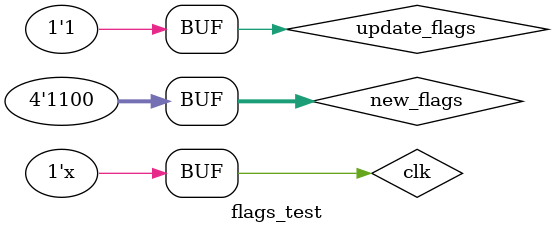
<source format=sv>
module flags_test();

logic clk;
logic update_flags;
logic [3:0] new_flags, old_flags;

flags flags_tst(update_flags, new_flags, old_flags);

always begin 
 #1 clk = ~clk;
end

initial begin
	clk = 0;
	update_flags = 0;
	new_flags = 4'b1001;
	
	#4 update_flags = 1;
	#5 new_flags = 4'b0110;
	#4 update_flags = 0;
	#10 new_flags = 4'b1100;
	#4  update_flags = 1;
	
end

endmodule
</source>
